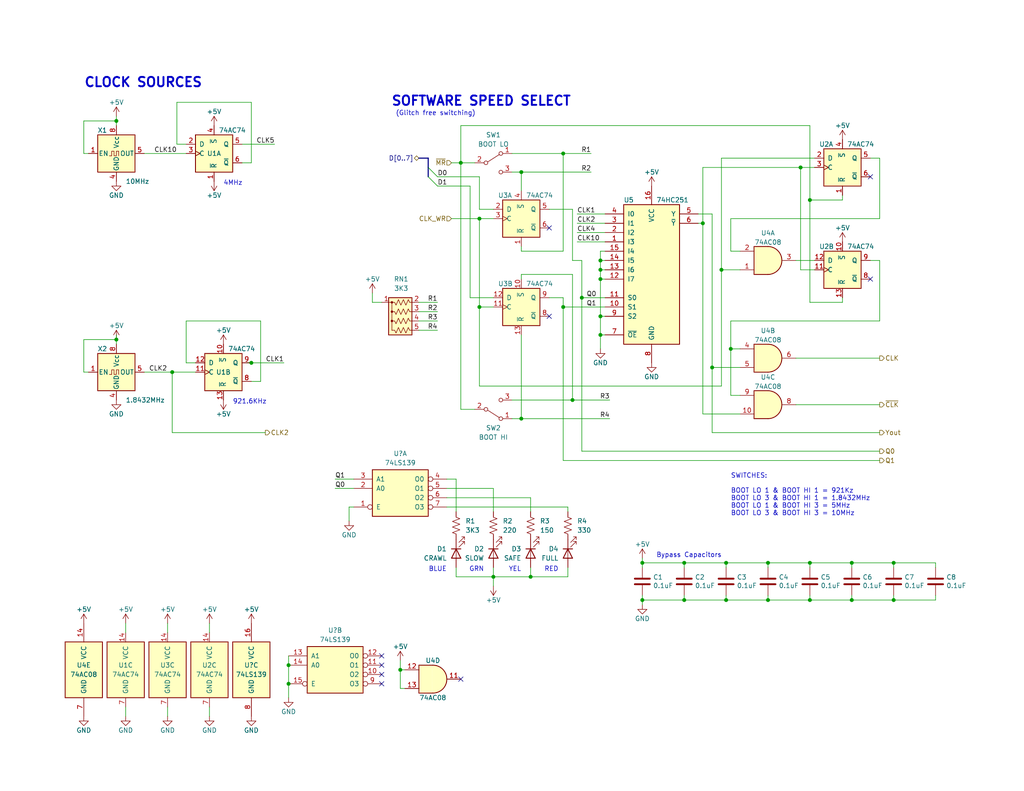
<source format=kicad_sch>
(kicad_sch (version 20230121) (generator eeschema)
  (paper "USLetter")
  (title_block (date "2023-08-13") (rev "V2") (company "Frédéric Segard  (@microhobbyist)"))
  (lib_symbols
    (symbol "+5V_2" (power) (pin_names (offset 0))
      (property "Value" "+5V_2" (at 0 3.556 0))
      (symbol "+5V_2_1_1"
        (pin power_in line (at 0 0 90) (length 0) hide (name "+5V") (number "1"))
      )
    )
    (symbol "+5V_3" (power) (pin_names (offset 0))
      (property "Value" "+5V_3" (at 0 3.556 0))
      (symbol "+5V_3_1_1"
        (pin power_in line (at 0 0 90) (length 0) hide (name "+5V") (number "1"))
      )
    )
    (symbol "74xx:74HC74" (pin_names (offset 1.016))
      (property "Reference" "U" (at -7.62 8.89 0))
      (property "Value" "74HC74" (at -7.62 -8.89 0))
      (symbol "74HC74_1_0"
        (pin input line (at 0 -7.62 90) (length 2.54) (name "~{R}") (number "1"))
        (pin input line (at -7.62 2.54 0) (length 2.54) (name "D") (number "2"))
        (pin input clock (at -7.62 0 0) (length 2.54) (name "C") (number "3"))
        (pin input line (at 0 7.62 270) (length 2.54) (name "~{S}") (number "4"))
        (pin output line (at 7.62 2.54 180) (length 2.54) (name "Q") (number "5"))
        (pin output line (at 7.62 -2.54 180) (length 2.54) (name "~{Q}") (number "6"))
      )
      (symbol "74HC74_2_0"
        (pin input line (at 0 7.62 270) (length 2.54) (name "~{S}") (number "10"))
        (pin input clock (at -7.62 0 0) (length 2.54) (name "C") (number "11"))
        (pin input line (at -7.62 2.54 0) (length 2.54) (name "D") (number "12"))
        (pin input line (at 0 -7.62 90) (length 2.54) (name "~{R}") (number "13"))
        (pin output line (at 7.62 -2.54 180) (length 2.54) (name "~{Q}") (number "8"))
        (pin output line (at 7.62 2.54 180) (length 2.54) (name "Q") (number "9"))
      )
      (symbol "74HC74_3_0"
        (pin power_in line (at 0 10.16 270) (length 2.54) (name "VCC") (number "14"))
        (pin power_in line (at 0 -10.16 90) (length 2.54) (name "GND") (number "7"))
      )
    )
    (symbol "74xx:74LS08" (pin_names (offset 1.016))
      (property "Reference" "U" (at 0 1.27 0))
      (property "Value" "74LS08" (at 0 -1.27 0))
      (symbol "74LS08_1_1"
        (pin input line (at -7.62 2.54 0) (length 3.81) (name "~") (number "1"))
        (pin input line (at -7.62 -2.54 0) (length 3.81) (name "~") (number "2"))
        (pin output line (at 7.62 0 180) (length 3.81) (name "~") (number "3"))
      )
      (symbol "74LS08_1_2"
        (pin input inverted (at -7.62 2.54 0) (length 4.318) (name "~") (number "1"))
        (pin input inverted (at -7.62 -2.54 0) (length 4.318) (name "~") (number "2"))
        (pin output inverted (at 7.62 0 180) (length 3.81) (name "~") (number "3"))
      )
      (symbol "74LS08_2_1"
        (pin input line (at -7.62 2.54 0) (length 3.81) (name "~") (number "4"))
        (pin input line (at -7.62 -2.54 0) (length 3.81) (name "~") (number "5"))
        (pin output line (at 7.62 0 180) (length 3.81) (name "~") (number "6"))
      )
      (symbol "74LS08_2_2"
        (pin input inverted (at -7.62 2.54 0) (length 4.318) (name "~") (number "4"))
        (pin input inverted (at -7.62 -2.54 0) (length 4.318) (name "~") (number "5"))
        (pin output inverted (at 7.62 0 180) (length 3.81) (name "~") (number "6"))
      )
      (symbol "74LS08_3_1"
        (pin input line (at -7.62 -2.54 0) (length 3.81) (name "~") (number "10"))
        (pin output line (at 7.62 0 180) (length 3.81) (name "~") (number "8"))
        (pin input line (at -7.62 2.54 0) (length 3.81) (name "~") (number "9"))
      )
      (symbol "74LS08_3_2"
        (pin input inverted (at -7.62 -2.54 0) (length 4.318) (name "~") (number "10"))
        (pin output inverted (at 7.62 0 180) (length 3.81) (name "~") (number "8"))
        (pin input inverted (at -7.62 2.54 0) (length 4.318) (name "~") (number "9"))
      )
      (symbol "74LS08_4_1"
        (pin output line (at 7.62 0 180) (length 3.81) (name "~") (number "11"))
        (pin input line (at -7.62 2.54 0) (length 3.81) (name "~") (number "12"))
        (pin input line (at -7.62 -2.54 0) (length 3.81) (name "~") (number "13"))
      )
      (symbol "74LS08_4_2"
        (pin output inverted (at 7.62 0 180) (length 3.81) (name "~") (number "11"))
        (pin input inverted (at -7.62 2.54 0) (length 4.318) (name "~") (number "12"))
        (pin input inverted (at -7.62 -2.54 0) (length 4.318) (name "~") (number "13"))
      )
      (symbol "74LS08_5_0"
        (pin power_in line (at 0 12.7 270) (length 5.08) (name "VCC") (number "14"))
        (pin power_in line (at 0 -12.7 90) (length 5.08) (name "GND") (number "7"))
      )
    )
    (symbol "74xx:74LS139" (pin_names (offset 1.016))
      (property "Reference" "U" (at -7.62 8.89 0))
      (property "Value" "74LS139" (at -7.62 -8.89 0))
      (symbol "74LS139_1_0"
        (pin input inverted (at -12.7 -5.08 0) (length 5.08) (name "E") (number "1"))
        (pin input line (at -12.7 0 0) (length 5.08) (name "A0") (number "2"))
        (pin input line (at -12.7 2.54 0) (length 5.08) (name "A1") (number "3"))
        (pin output inverted (at 12.7 2.54 180) (length 5.08) (name "O0") (number "4"))
        (pin output inverted (at 12.7 0 180) (length 5.08) (name "O1") (number "5"))
        (pin output inverted (at 12.7 -2.54 180) (length 5.08) (name "O2") (number "6"))
        (pin output inverted (at 12.7 -5.08 180) (length 5.08) (name "O3") (number "7"))
      )
      (symbol "74LS139_2_0"
        (pin output inverted (at 12.7 -2.54 180) (length 5.08) (name "O2") (number "10"))
        (pin output inverted (at 12.7 0 180) (length 5.08) (name "O1") (number "11"))
        (pin output inverted (at 12.7 2.54 180) (length 5.08) (name "O0") (number "12"))
        (pin input line (at -12.7 2.54 0) (length 5.08) (name "A1") (number "13"))
        (pin input line (at -12.7 0 0) (length 5.08) (name "A0") (number "14"))
        (pin input inverted (at -12.7 -5.08 0) (length 5.08) (name "E") (number "15"))
        (pin output inverted (at 12.7 -5.08 180) (length 5.08) (name "O3") (number "9"))
      )
      (symbol "74LS139_3_0"
        (pin power_in line (at 0 12.7 270) (length 5.08) (name "VCC") (number "16"))
        (pin power_in line (at 0 -12.7 90) (length 5.08) (name "GND") (number "8"))
      )
    )
    (symbol "74xx:74LS251" (pin_names (offset 1.016))
      (property "Reference" "U" (at -7.62 19.05 0))
      (property "Value" "74LS251" (at -7.62 -21.59 0))
      (symbol "74LS251_1_0"
        (pin input line (at -12.7 7.62 0) (length 5.08) (name "I3") (number "1"))
        (pin input line (at -12.7 -10.16 0) (length 5.08) (name "S1") (number "10"))
        (pin input line (at -12.7 -7.62 0) (length 5.08) (name "S0") (number "11"))
        (pin input line (at -12.7 -2.54 0) (length 5.08) (name "I7") (number "12"))
        (pin input line (at -12.7 0 0) (length 5.08) (name "I6") (number "13"))
        (pin input line (at -12.7 2.54 0) (length 5.08) (name "I5") (number "14"))
        (pin input line (at -12.7 5.08 0) (length 5.08) (name "I4") (number "15"))
        (pin power_in line (at 0 22.86 270) (length 5.08) (name "VCC") (number "16"))
        (pin input line (at -12.7 10.16 0) (length 5.08) (name "I2") (number "2"))
        (pin input line (at -12.7 12.7 0) (length 5.08) (name "I1") (number "3"))
        (pin input line (at -12.7 15.24 0) (length 5.08) (name "I0") (number "4"))
        (pin tri_state line (at 12.7 15.24 180) (length 5.08) (name "Y") (number "5"))
        (pin tri_state line (at 12.7 12.7 180) (length 5.08) (name "~{Y}") (number "6"))
        (pin input line (at -12.7 -17.78 0) (length 5.08) (name "~{OE}") (number "7"))
        (pin power_in line (at 0 -25.4 90) (length 5.08) (name "GND") (number "8"))
        (pin input line (at -12.7 -12.7 0) (length 5.08) (name "S2") (number "9"))
      )
    )
    (symbol "74xx:74LS74" (pin_names (offset 1.016))
      (property "Reference" "U" (at -7.62 8.89 0))
      (property "Value" "74LS74" (at -7.62 -8.89 0))
      (symbol "74LS74_1_0"
        (pin input line (at 0 -7.62 90) (length 2.54) (name "~{R}") (number "1"))
        (pin input line (at -7.62 2.54 0) (length 2.54) (name "D") (number "2"))
        (pin input clock (at -7.62 0 0) (length 2.54) (name "C") (number "3"))
        (pin input line (at 0 7.62 270) (length 2.54) (name "~{S}") (number "4"))
        (pin output line (at 7.62 2.54 180) (length 2.54) (name "Q") (number "5"))
        (pin output line (at 7.62 -2.54 180) (length 2.54) (name "~{Q}") (number "6"))
      )
      (symbol "74LS74_2_0"
        (pin input line (at 0 7.62 270) (length 2.54) (name "~{S}") (number "10"))
        (pin input clock (at -7.62 0 0) (length 2.54) (name "C") (number "11"))
        (pin input line (at -7.62 2.54 0) (length 2.54) (name "D") (number "12"))
        (pin input line (at 0 -7.62 90) (length 2.54) (name "~{R}") (number "13"))
        (pin output line (at 7.62 -2.54 180) (length 2.54) (name "~{Q}") (number "8"))
        (pin output line (at 7.62 2.54 180) (length 2.54) (name "Q") (number "9"))
      )
      (symbol "74LS74_3_0"
        (pin power_in line (at 0 10.16 270) (length 2.54) (name "VCC") (number "14"))
        (pin power_in line (at 0 -10.16 90) (length 2.54) (name "GND") (number "7"))
      )
    )
    (symbol "Device:C" (pin_numbers hide) (pin_names (offset 0.254))
      (property "Reference" "C" (at 0.635 2.54 0))
      (property "Value" "C" (at 0.635 -2.54 0))
      (symbol "C_1_1"
        (pin passive line (at 0 3.81 270) (length 2.794) (name "~") (number "1"))
        (pin passive line (at 0 -3.81 90) (length 2.794) (name "~") (number "2"))
      )
    )
    (symbol "Device:LED" (pin_numbers hide) (pin_names (offset 1.016) hide)
      (property "Reference" "D" (at 0 2.54 0))
      (property "Value" "LED" (at 0 -2.54 0))
      (symbol "LED_1_1"
        (pin passive line (at -3.81 0 0) (length 2.54) (name "K") (number "1"))
        (pin passive line (at 3.81 0 180) (length 2.54) (name "A") (number "2"))
      )
    )
    (symbol "Device:R_Network04_US" (pin_names (offset 0) hide)
      (property "Reference" "RN" (at -7.62 0 90))
      (property "Value" "R_Network04_US" (at 5.08 0 90))
      (symbol "R_Network04_US_1_1"
        (pin passive line (at -5.08 5.08 270) (length 2.54) (name "common") (number "1"))
        (pin passive line (at -5.08 -5.08 90) (length 1.27) (name "R1") (number "2"))
        (pin passive line (at -2.54 -5.08 90) (length 1.27) (name "R2") (number "3"))
        (pin passive line (at 0 -5.08 90) (length 1.27) (name "R3") (number "4"))
        (pin passive line (at 2.54 -5.08 90) (length 1.27) (name "R4") (number "5"))
      )
    )
    (symbol "Device:R_US" (pin_numbers hide) (pin_names (offset 0))
      (property "Reference" "R" (at 2.54 0 90))
      (property "Value" "R_US" (at -2.54 0 90))
      (symbol "R_US_1_1"
        (pin passive line (at 0 3.81 270) (length 1.27) (name "~") (number "1"))
        (pin passive line (at 0 -3.81 90) (length 1.27) (name "~") (number "2"))
      )
    )
    (symbol "GND_1" (power) (pin_names (offset 0))
      (property "Value" "GND_1" (at 0 -3.81 0))
      (symbol "GND_1_1_1"
        (pin power_in line (at 0 0 270) (length 0) hide (name "GND") (number "1"))
      )
    )
    (symbol "Oscillator:CXO_DIP8" (pin_names (offset 0.254))
      (property "Reference" "X" (at -5.08 6.35 0))
      (property "Value" "CXO_DIP8" (at 1.27 -6.35 0))
      (symbol "CXO_DIP8_1_1"
        (pin input line (at -7.62 0 0) (length 2.54) (name "EN") (number "1"))
        (pin power_in line (at 0 -7.62 90) (length 2.54) (name "GND") (number "4"))
        (pin output line (at 7.62 0 180) (length 2.54) (name "OUT") (number "5"))
        (pin power_in line (at 0 7.62 270) (length 2.54) (name "Vcc") (number "8"))
      )
    )
    (symbol "Switch:SW_SPDT" (pin_names (offset 0) hide)
      (property "Reference" "SW" (at 0 4.318 0))
      (property "Value" "SW_SPDT" (at 0 -5.08 0))
      (symbol "SW_SPDT_1_1"
        (pin passive line (at 5.08 2.54 180) (length 2.54) (name "A") (number "1"))
        (pin passive line (at -5.08 0 0) (length 2.54) (name "B") (number "2"))
        (pin passive line (at 5.08 -2.54 180) (length 2.54) (name "C") (number "3"))
      )
    )
  )
  (junction (at 232.41 163.83))
  (junction (at 186.69 163.83))
  (junction (at 175.26 153.67))
  (junction (at 163.83 73.66))
  (junction (at 142.24 114.3))
  (junction (at 220.98 153.67))
  (junction (at 130.81 59.69))
  (junction (at 198.12 153.67))
  (junction (at 220.98 54.61))
  (junction (at 156.21 109.22))
  (junction (at 194.31 100.33))
  (junction (at 163.83 86.36))
  (junction (at 243.84 163.83))
  (junction (at 163.83 76.2))
  (junction (at 196.85 73.66))
  (junction (at 31.75 33.02))
  (junction (at 199.39 95.25))
  (junction (at 78.74 181.61))
  (junction (at 209.55 163.83))
  (junction (at 232.41 153.67))
  (junction (at 158.75 81.28))
  (junction (at 31.75 92.71))
  (junction (at 175.26 163.83))
  (junction (at 68.58 99.06))
  (junction (at 46.99 101.6))
  (junction (at 125.73 44.45))
  (junction (at 218.44 45.72))
  (junction (at 109.22 182.88))
  (junction (at 163.83 91.44))
  (junction (at 186.69 153.67))
  (junction (at 191.77 60.96))
  (junction (at 243.84 153.67))
  (junction (at 163.83 71.12))
  (junction (at 153.67 41.91))
  (junction (at 78.74 186.69))
  (junction (at 142.24 46.99))
  (junction (at 220.98 163.83))
  (junction (at 209.55 153.67))
  (junction (at 144.78 157.48))
  (junction (at 198.12 163.83))
  (junction (at 134.62 157.48))
  (junction (at 153.67 83.82))
  (junction (at 130.81 83.82))
  (no_connect (at 237.49 48.26))
  (no_connect (at 237.49 76.2))
  (no_connect (at 125.73 185.42))
  (no_connect (at 104.14 179.07))
  (no_connect (at 104.14 184.15))
  (no_connect (at 104.14 181.61))
  (no_connect (at 104.14 186.69))
  (no_connect (at 149.86 86.36))
  (no_connect (at 149.86 62.23))
  (bus_entry (at 116.84 48.26) (size 2.54 2.54))
  (bus_entry (at 116.84 45.72) (size 2.54 2.54))
  (wire (pts (xy 209.55 154.94) (xy 209.55 153.67)))
  (wire (pts (xy 191.77 60.96) (xy 191.77 113.03)))
  (wire (pts (xy 110.49 187.96) (xy 109.22 187.96)))
  (wire (pts (xy 157.48 58.42) (xy 165.1 58.42)))
  (wire (pts (xy 237.49 43.18) (xy 240.03 43.18)))
  (wire (pts (xy 68.58 99.06) (xy 77.47 99.06)))
  (wire (pts (xy 34.29 193.04) (xy 34.29 195.58)))
  (wire (pts (xy 175.26 163.83) (xy 186.69 163.83)))
  (wire (pts (xy 109.22 180.34) (xy 109.22 182.88)))
  (wire (pts (xy 186.69 154.94) (xy 186.69 153.67)))
  (wire (pts (xy 34.29 172.72) (xy 34.29 170.18)))
  (wire (pts (xy 134.62 154.94) (xy 134.62 157.48)))
  (wire (pts (xy 144.78 157.48) (xy 134.62 157.48)))
  (wire (pts (xy 78.74 179.07) (xy 78.74 181.61)))
  (wire (pts (xy 68.58 44.45) (xy 68.58 27.94)))
  (wire (pts (xy 46.99 118.11) (xy 46.99 101.6)))
  (wire (pts (xy 139.7 114.3) (xy 142.24 114.3)))
  (wire (pts (xy 255.27 162.56) (xy 255.27 163.83)))
  (wire (pts (xy 175.26 162.56) (xy 175.26 163.83)))
  (wire (pts (xy 199.39 87.63) (xy 199.39 95.25)))
  (wire (pts (xy 157.48 63.5) (xy 165.1 63.5)))
  (wire (pts (xy 130.81 83.82) (xy 134.62 83.82)))
  (wire (pts (xy 157.48 66.04) (xy 165.1 66.04)))
  (wire (pts (xy 31.75 92.71) (xy 31.75 93.98)))
  (wire (pts (xy 186.69 163.83) (xy 198.12 163.83)))
  (wire (pts (xy 142.24 46.99) (xy 142.24 52.07)))
  (wire (pts (xy 144.78 154.94) (xy 144.78 157.48)))
  (wire (pts (xy 149.86 57.15) (xy 156.21 57.15)))
  (wire (pts (xy 72.39 118.11) (xy 46.99 118.11)))
  (wire (pts (xy 163.83 76.2) (xy 163.83 86.36)))
  (wire (pts (xy 114.3 82.55) (xy 119.38 82.55)))
  (wire (pts (xy 129.54 111.76) (xy 125.73 111.76)))
  (wire (pts (xy 154.94 138.43) (xy 154.94 139.7)))
  (wire (pts (xy 22.86 101.6) (xy 24.13 101.6)))
  (wire (pts (xy 158.75 71.12) (xy 156.21 71.12)))
  (wire (pts (xy 95.25 138.43) (xy 96.52 138.43)))
  (wire (pts (xy 153.67 83.82) (xy 165.1 83.82)))
  (wire (pts (xy 198.12 154.94) (xy 198.12 153.67)))
  (wire (pts (xy 194.31 118.11) (xy 240.03 118.11)))
  (wire (pts (xy 91.44 133.35) (xy 96.52 133.35)))
  (wire (pts (xy 198.12 153.67) (xy 186.69 153.67)))
  (wire (pts (xy 163.83 91.44) (xy 165.1 91.44)))
  (wire (pts (xy 31.75 91.44) (xy 31.75 92.71)))
  (wire (pts (xy 229.87 81.28) (xy 229.87 82.55)))
  (wire (pts (xy 240.03 87.63) (xy 199.39 87.63)))
  (wire (pts (xy 22.86 33.02) (xy 22.86 41.91)))
  (wire (pts (xy 196.85 73.66) (xy 196.85 105.41)))
  (wire (pts (xy 243.84 153.67) (xy 232.41 153.67)))
  (wire (pts (xy 130.81 83.82) (xy 130.81 105.41)))
  (wire (pts (xy 243.84 154.94) (xy 243.84 153.67)))
  (wire (pts (xy 198.12 162.56) (xy 198.12 163.83)))
  (wire (pts (xy 154.94 154.94) (xy 154.94 157.48)))
  (wire (pts (xy 114.3 85.09) (xy 119.38 85.09)))
  (wire (pts (xy 196.85 43.18) (xy 222.25 43.18)))
  (wire (pts (xy 222.25 73.66) (xy 218.44 73.66)))
  (wire (pts (xy 163.83 71.12) (xy 165.1 71.12)))
  (wire (pts (xy 39.37 101.6) (xy 46.99 101.6)))
  (wire (pts (xy 199.39 107.95) (xy 201.93 107.95)))
  (wire (pts (xy 142.24 91.44) (xy 142.24 114.3)))
  (wire (pts (xy 78.74 186.69) (xy 78.74 190.5)))
  (wire (pts (xy 48.26 27.94) (xy 48.26 39.37)))
  (wire (pts (xy 153.67 68.58) (xy 153.67 41.91)))
  (wire (pts (xy 50.8 99.06) (xy 53.34 99.06)))
  (wire (pts (xy 71.12 104.14) (xy 71.12 87.63)))
  (wire (pts (xy 78.74 181.61) (xy 78.74 186.69)))
  (wire (pts (xy 196.85 73.66) (xy 201.93 73.66)))
  (wire (pts (xy 220.98 163.83) (xy 232.41 163.83)))
  (wire (pts (xy 31.75 33.02) (xy 22.86 33.02)))
  (wire (pts (xy 149.86 81.28) (xy 153.67 81.28)))
  (wire (pts (xy 158.75 81.28) (xy 158.75 71.12)))
  (wire (pts (xy 209.55 153.67) (xy 198.12 153.67)))
  (wire (pts (xy 134.62 157.48) (xy 134.62 160.02)))
  (wire (pts (xy 144.78 135.89) (xy 144.78 139.7)))
  (wire (pts (xy 163.83 73.66) (xy 163.83 76.2)))
  (wire (pts (xy 220.98 153.67) (xy 209.55 153.67)))
  (wire (pts (xy 101.6 80.01) (xy 101.6 82.55)))
  (wire (pts (xy 199.39 95.25) (xy 199.39 107.95)))
  (wire (pts (xy 153.67 41.91) (xy 161.29 41.91)))
  (wire (pts (xy 48.26 39.37) (xy 50.8 39.37)))
  (bus (pts (xy 116.84 48.26) (xy 116.84 45.72)))
  (wire (pts (xy 240.03 71.12) (xy 240.03 87.63)))
  (wire (pts (xy 196.85 43.18) (xy 196.85 73.66)))
  (wire (pts (xy 163.83 86.36) (xy 165.1 86.36)))
  (wire (pts (xy 194.31 100.33) (xy 201.93 100.33)))
  (wire (pts (xy 123.19 59.69) (xy 130.81 59.69)))
  (wire (pts (xy 232.41 162.56) (xy 232.41 163.83)))
  (wire (pts (xy 130.81 48.26) (xy 130.81 57.15)))
  (wire (pts (xy 109.22 187.96) (xy 109.22 182.88)))
  (wire (pts (xy 104.14 82.55) (xy 101.6 82.55)))
  (wire (pts (xy 68.58 104.14) (xy 71.12 104.14)))
  (bus (pts (xy 114.3 43.18) (xy 116.84 43.18)))
  (wire (pts (xy 190.5 58.42) (xy 194.31 58.42)))
  (wire (pts (xy 124.46 157.48) (xy 134.62 157.48)))
  (wire (pts (xy 57.15 193.04) (xy 57.15 195.58)))
  (wire (pts (xy 128.27 50.8) (xy 128.27 81.28)))
  (wire (pts (xy 57.15 170.18) (xy 57.15 172.72)))
  (wire (pts (xy 218.44 45.72) (xy 222.25 45.72)))
  (wire (pts (xy 125.73 44.45) (xy 125.73 111.76)))
  (wire (pts (xy 158.75 123.19) (xy 240.03 123.19)))
  (wire (pts (xy 217.17 110.49) (xy 240.03 110.49)))
  (wire (pts (xy 130.81 59.69) (xy 130.81 83.82)))
  (wire (pts (xy 142.24 67.31) (xy 142.24 68.58)))
  (wire (pts (xy 124.46 139.7) (xy 124.46 130.81)))
  (wire (pts (xy 130.81 105.41) (xy 196.85 105.41)))
  (wire (pts (xy 114.3 87.63) (xy 119.38 87.63)))
  (wire (pts (xy 119.38 50.8) (xy 128.27 50.8)))
  (wire (pts (xy 157.48 60.96) (xy 165.1 60.96)))
  (wire (pts (xy 124.46 154.94) (xy 124.46 157.48)))
  (wire (pts (xy 114.3 90.17) (xy 119.38 90.17)))
  (wire (pts (xy 22.86 41.91) (xy 24.13 41.91)))
  (wire (pts (xy 134.62 133.35) (xy 134.62 139.7)))
  (wire (pts (xy 186.69 153.67) (xy 175.26 153.67)))
  (wire (pts (xy 199.39 59.69) (xy 199.39 68.58)))
  (wire (pts (xy 45.72 170.18) (xy 45.72 172.72)))
  (wire (pts (xy 191.77 113.03) (xy 201.93 113.03)))
  (wire (pts (xy 229.87 54.61) (xy 229.87 53.34)))
  (wire (pts (xy 121.92 133.35) (xy 134.62 133.35)))
  (wire (pts (xy 163.83 91.44) (xy 163.83 95.25)))
  (wire (pts (xy 46.99 101.6) (xy 53.34 101.6)))
  (wire (pts (xy 163.83 86.36) (xy 163.83 91.44)))
  (wire (pts (xy 154.94 157.48) (xy 144.78 157.48)))
  (wire (pts (xy 217.17 71.12) (xy 222.25 71.12)))
  (wire (pts (xy 139.7 41.91) (xy 153.67 41.91)))
  (wire (pts (xy 220.98 54.61) (xy 220.98 34.29)))
  (wire (pts (xy 158.75 81.28) (xy 158.75 123.19)))
  (wire (pts (xy 191.77 60.96) (xy 190.5 60.96)))
  (wire (pts (xy 139.7 46.99) (xy 142.24 46.99)))
  (wire (pts (xy 142.24 74.93) (xy 142.24 76.2)))
  (wire (pts (xy 31.75 33.02) (xy 31.75 34.29)))
  (wire (pts (xy 125.73 34.29) (xy 125.73 44.45)))
  (wire (pts (xy 71.12 87.63) (xy 50.8 87.63)))
  (wire (pts (xy 128.27 81.28) (xy 134.62 81.28)))
  (wire (pts (xy 240.03 43.18) (xy 240.03 59.69)))
  (wire (pts (xy 186.69 162.56) (xy 186.69 163.83)))
  (wire (pts (xy 194.31 58.42) (xy 194.31 100.33)))
  (wire (pts (xy 255.27 154.94) (xy 255.27 153.67)))
  (wire (pts (xy 156.21 74.93) (xy 142.24 74.93)))
  (wire (pts (xy 218.44 45.72) (xy 218.44 73.66)))
  (wire (pts (xy 95.25 142.24) (xy 95.25 138.43)))
  (wire (pts (xy 209.55 163.83) (xy 220.98 163.83)))
  (wire (pts (xy 163.83 73.66) (xy 165.1 73.66)))
  (wire (pts (xy 191.77 45.72) (xy 191.77 60.96)))
  (wire (pts (xy 175.26 153.67) (xy 175.26 154.94)))
  (wire (pts (xy 31.75 31.75) (xy 31.75 33.02)))
  (wire (pts (xy 142.24 68.58) (xy 153.67 68.58)))
  (wire (pts (xy 163.83 76.2) (xy 165.1 76.2)))
  (wire (pts (xy 220.98 82.55) (xy 220.98 54.61)))
  (wire (pts (xy 156.21 109.22) (xy 156.21 74.93)))
  (wire (pts (xy 39.37 41.91) (xy 50.8 41.91)))
  (wire (pts (xy 163.83 71.12) (xy 163.83 73.66)))
  (wire (pts (xy 66.04 39.37) (xy 74.93 39.37)))
  (wire (pts (xy 153.67 81.28) (xy 153.67 83.82)))
  (wire (pts (xy 156.21 109.22) (xy 166.37 109.22)))
  (wire (pts (xy 153.67 125.73) (xy 240.03 125.73)))
  (wire (pts (xy 91.44 130.81) (xy 96.52 130.81)))
  (wire (pts (xy 163.83 68.58) (xy 163.83 71.12)))
  (wire (pts (xy 209.55 162.56) (xy 209.55 163.83)))
  (wire (pts (xy 240.03 59.69) (xy 199.39 59.69)))
  (wire (pts (xy 119.38 48.26) (xy 130.81 48.26)))
  (wire (pts (xy 142.24 114.3) (xy 166.37 114.3)))
  (wire (pts (xy 121.92 138.43) (xy 154.94 138.43)))
  (wire (pts (xy 199.39 95.25) (xy 201.93 95.25)))
  (wire (pts (xy 109.22 182.88) (xy 110.49 182.88)))
  (wire (pts (xy 191.77 45.72) (xy 218.44 45.72)))
  (wire (pts (xy 129.54 44.45) (xy 125.73 44.45)))
  (wire (pts (xy 194.31 100.33) (xy 194.31 118.11)))
  (wire (pts (xy 232.41 153.67) (xy 220.98 153.67)))
  (wire (pts (xy 31.75 92.71) (xy 22.86 92.71)))
  (wire (pts (xy 255.27 153.67) (xy 243.84 153.67)))
  (wire (pts (xy 142.24 46.99) (xy 161.29 46.99)))
  (wire (pts (xy 139.7 109.22) (xy 156.21 109.22)))
  (wire (pts (xy 243.84 162.56) (xy 243.84 163.83)))
  (wire (pts (xy 199.39 68.58) (xy 201.93 68.58)))
  (wire (pts (xy 68.58 27.94) (xy 48.26 27.94)))
  (wire (pts (xy 165.1 68.58) (xy 163.83 68.58)))
  (wire (pts (xy 123.19 44.45) (xy 125.73 44.45)))
  (wire (pts (xy 158.75 81.28) (xy 165.1 81.28)))
  (wire (pts (xy 220.98 154.94) (xy 220.98 153.67)))
  (wire (pts (xy 175.26 163.83) (xy 175.26 165.1)))
  (wire (pts (xy 153.67 83.82) (xy 153.67 125.73)))
  (wire (pts (xy 237.49 71.12) (xy 240.03 71.12)))
  (wire (pts (xy 156.21 57.15) (xy 156.21 71.12)))
  (wire (pts (xy 232.41 154.94) (xy 232.41 153.67)))
  (wire (pts (xy 66.04 44.45) (xy 68.58 44.45)))
  (wire (pts (xy 229.87 82.55) (xy 220.98 82.55)))
  (wire (pts (xy 130.81 57.15) (xy 134.62 57.15)))
  (wire (pts (xy 220.98 162.56) (xy 220.98 163.83)))
  (wire (pts (xy 45.72 193.04) (xy 45.72 195.58)))
  (wire (pts (xy 232.41 163.83) (xy 243.84 163.83)))
  (wire (pts (xy 220.98 54.61) (xy 229.87 54.61)))
  (wire (pts (xy 217.17 97.79) (xy 240.03 97.79)))
  (bus (pts (xy 116.84 45.72) (xy 116.84 43.18)))
  (wire (pts (xy 175.26 152.4) (xy 175.26 153.67)))
  (wire (pts (xy 67.31 99.06) (xy 68.58 99.06)))
  (wire (pts (xy 124.46 130.81) (xy 121.92 130.81)))
  (wire (pts (xy 50.8 87.63) (xy 50.8 99.06)))
  (wire (pts (xy 130.81 59.69) (xy 134.62 59.69)))
  (wire (pts (xy 198.12 163.83) (xy 209.55 163.83)))
  (wire (pts (xy 121.92 135.89) (xy 144.78 135.89)))
  (wire (pts (xy 22.86 92.71) (xy 22.86 101.6)))
  (wire (pts (xy 220.98 34.29) (xy 125.73 34.29)))
  (wire (pts (xy 243.84 163.83) (xy 255.27 163.83)))
  (text "GRN" (at 132.08 156.21 0) (effects (font (size 1.27 1.27)) (justify right bottom)))
  (text "RED" (at 152.4 156.21 0) (effects (font (size 1.27 1.27)) (justify right bottom)))
  (text "921.6KHz" (at 63.5 110.49 0) (effects (font (size 1.27 1.27)) (justify left bottom)))
  (text "(Glitch free switching)" (at 107.95 31.75 0) (effects (font (size 1.27 1.27)) (justify left bottom)))
  (text "Bypass Capacitors" (at 179.07 152.4 0) (effects (font (size 1.27 1.27)) (justify left bottom)))
  (text "SOFTWARE SPEED SELECT" (at 106.68 29.21 0) (effects (font (size 2.54 2.54) (thickness 0.508) bold) (justify left bottom)))
  (text "BLUE" (at 121.92 156.21 0) (effects (font (size 1.27 1.27)) (justify right bottom)))
  (text "CLOCK SOURCES" (at 22.86 24.13 0) (effects (font (size 2.54 2.54) (thickness 0.508) bold) (justify left bottom)))
  (text "SWITCHES:\n\nBOOT LO 1 & BOOT HI 1 = 921Kz\nBOOT LO 3 & BOOT HI 1 = 1.8432MHz\nBOOT LO 1 & BOOT HI 3 = 5MHz\nBOOT LO 3 & BOOT HI 3 = 10MHz" (at 199.39 140.97 0) (effects (font (size 1.27 1.27)) (justify left bottom)))
  (text "4MHz" (at 60.96 50.8 0) (effects (font (size 1.27 1.27)) (justify left bottom)))
  (text "YEL" (at 142.24 156.21 0) (effects (font (size 1.27 1.27)) (justify right bottom)))
  (label "R4" (at 119.38 90.17 180))
  (label "CLK2" (at 40.64 101.6 0))
  (label "CLK5" (at 74.93 39.37 180))
  (label "R1" (at 119.38 82.55 180))
  (label "R3" (at 166.37 109.22 180))
  (label "Q1" (at 91.44 130.81 0))
  (label "Q1" (at 160.02 83.82 0))
  (label "R4" (at 166.37 114.3 180))
  (label "CLK10" (at 48.26 41.91 180))
  (label "R3" (at 119.38 87.63 180))
  (label "D1" (at 119.38 50.8 0))
  (label "CLK2" (at 157.48 60.96 0))
  (label "R1" (at 161.29 41.91 180))
  (label "Q0" (at 160.02 81.28 0))
  (label "D0" (at 119.38 48.26 0))
  (label "R2" (at 119.38 85.09 180))
  (label "CLK1" (at 157.48 58.42 0))
  (label "CLK4" (at 157.48 63.5 0))
  (label "CLK1" (at 77.47 99.06 180))
  (label "Q0" (at 91.44 133.35 0))
  (label "CLK10" (at 157.48 66.04 0))
  (label "R2" (at 161.29 46.99 180))
  (hierarchical_label "~{MR}" (shape input) (at 123.19 44.45 180))
  (hierarchical_label "~{CLK}" (shape output) (at 240.03 110.49 0))
  (hierarchical_label "D[0..7]" (shape bidirectional) (at 114.3 43.18 180))
  (hierarchical_label "Q0" (shape output) (at 240.03 123.19 0))
  (hierarchical_label "Q1" (shape output) (at 240.03 125.73 0))
  (hierarchical_label "CLK2" (shape output) (at 72.39 118.11 0))
  (hierarchical_label "CLK_WR" (shape input) (at 123.19 59.69 180))
  (hierarchical_label "CLK" (shape output) (at 240.03 97.79 0))
  (hierarchical_label "Yout" (shape output) (at 240.03 118.11 0))
  (symbol (lib_name "+5V_2") (lib_id "power:+5V") (at 60.96 109.22 180) (unit 1)
    (property "Reference" "#PWR018" (effects hide))
    (property "Value" "+5V" (at 60.96 113.03 0))
    (instances (project "2 - CPU and memory card with the essential peripherals" (path "" (reference "#PWR018") (unit 1))) (project "0 - Card edge backplane v2" (path "" (reference "#PWR?") (unit 1))))
  )
  (symbol (lib_id "Device:C") (at 186.69 158.75 0) (unit 1)
    (property "Reference" "C2" (at 189.611 157.5816 0) (effects (justify left)))
    (property "Value" "0.1uF" (at 189.611 159.893 0) (effects (justify left)))
    (property "Footprint" "Capacitor_THT:C_Disc_D3.0mm_W1.6mm_P2.50mm" (effects hide))
    (instances (project "2 - CPU and memory card with the essential peripherals" (path "" (reference "C2") (unit 1))) (project "0 - Card edge backplane v2" (path "" (reference "C?") (unit 1))))
  )
  (symbol (lib_name "+5V_2") (lib_id "power:+5V") (at 229.87 66.04 0) (unit 1)
    (property "Reference" "#PWR015" (effects hide))
    (property "Value" "+5V" (at 229.87 62.23 0))
    (instances (project "2 - CPU and memory card with the essential peripherals" (path "" (reference "#PWR015") (unit 1))) (project "0 - Card edge backplane v2" (path "" (reference "#PWR?") (unit 1))))
  )
  (symbol (lib_id "Device:R_Network04_US") (at 109.22 87.63 90) (mirror x) (unit 1)
    (property "Reference" "RN1" (at 109.474 76.2 90))
    (property "Value" "3K3" (at 109.474 78.74 90))
    (property "Footprint" "Resistor_THT:R_Array_SIP5" (effects hide))
    (property "Datasheet" "http://www.vishay.com/docs/31509/csc.pdf" (effects hide))
    (instances (project "2 - CPU and memory card with the essential peripherals" (path "" (reference "RN1") (unit 1))) (project "0 - Card edge backplane v2" (path "" (reference "RN?") (unit 1))))
  )
  (symbol (lib_id "Device:C") (at 255.27 158.75 0) (unit 1)
    (property "Reference" "C8" (at 258.191 157.5816 0) (effects (justify left)))
    (property "Value" "0.1uF" (at 258.191 159.893 0) (effects (justify left)))
    (property "Footprint" "Capacitor_THT:C_Disc_D3.0mm_W1.6mm_P2.50mm" (effects hide))
    (instances (project "2 - CPU and memory card with the essential peripherals" (path "" (reference "C8") (unit 1))) (project "0 - Card edge backplane v2" (path "" (reference "C?") (unit 1))))
  )
  (symbol (lib_id "74xx:74LS139") (at 109.22 133.35 0) (unit 1)
    (property "Reference" "U?" (at 109.22 123.825 0))
    (property "Value" "74LS139" (at 109.22 126.365 0))
    (property "Footprint" "Package_DIP:DIP-16_W7.62mm_Socket" (effects hide))
    (property "Datasheet" "http://www.ti.com/lit/ds/symlink/sn74ls139a.pdf" (effects hide))
    (instances (project "2 - CPU and memory card with the essential peripherals" (path "" (reference "U?") (unit 1)) (path "" (reference "U6") (unit 1))))
  )
  (symbol (lib_name "GND_1") (lib_id "power:GND") (at 31.75 49.53 0) (unit 1)
    (property "Reference" "#PWR?" (effects hide))
    (property "Value" "GND" (at 31.75 53.34 0))
    (instances (project "2 - CPU and memory card with the essential peripherals" (path "" (reference "#PWR?") (unit 1)) (path "" (reference "#PWR010") (unit 1))))
  )
  (symbol (lib_id "74xx:74LS74") (at 60.96 101.6 0) (unit 2)
    (property "Reference" "U1" (at 60.96 101.6 0))
    (property "Value" "74AC74" (at 62.23 95.25 0) (effects (justify left)))
    (property "Footprint" "Package_DIP:DIP-14_W7.62mm_Socket" (effects hide))
    (property "Datasheet" "74xx/74hc_hct74.pdf" (effects hide))
    (instances (project "2 - CPU and memory card with the essential peripherals" (path "" (reference "U1") (unit 2))) (project "0 - Card edge backplane v2" (path "" (reference "U?") (unit 2))))
  )
  (symbol (lib_id "Device:C") (at 243.84 158.75 0) (unit 1)
    (property "Reference" "C7" (at 246.761 157.5816 0) (effects (justify left)))
    (property "Value" "0.1uF" (at 246.761 159.893 0) (effects (justify left)))
    (property "Footprint" "Capacitor_THT:C_Disc_D3.0mm_W1.6mm_P2.50mm" (effects hide))
    (instances (project "2 - CPU and memory card with the essential peripherals" (path "" (reference "C7") (unit 1))) (project "0 - Card edge backplane v2" (path "" (reference "C?") (unit 1))))
  )
  (symbol (lib_id "Device:C") (at 175.26 158.75 0) (unit 1)
    (property "Reference" "C1" (at 178.181 157.5816 0) (effects (justify left)))
    (property "Value" "0.1uF" (at 178.181 159.893 0) (effects (justify left)))
    (property "Footprint" "Capacitor_THT:C_Disc_D3.0mm_W1.6mm_P2.50mm" (effects hide))
    (instances (project "2 - CPU and memory card with the essential peripherals" (path "" (reference "C1") (unit 1))) (project "0 - Card edge backplane v2" (path "" (reference "C?") (unit 1))))
  )
  (symbol (lib_name "+5V_2") (lib_id "power:+5V") (at 229.87 38.1 0) (unit 1)
    (property "Reference" "#PWR09" (effects hide))
    (property "Value" "+5V" (at 229.87 34.29 0))
    (instances (project "2 - CPU and memory card with the essential peripherals" (path "" (reference "#PWR09") (unit 1))) (project "0 - Card edge backplane v2" (path "" (reference "#PWR?") (unit 1))))
  )
  (symbol (lib_name "+5V_2") (lib_id "power:+5V") (at 45.72 170.18 0) (unit 1)
    (property "Reference" "#PWR027" (effects hide))
    (property "Value" "+5V" (at 45.72 166.37 0))
    (instances (project "2 - CPU and memory card with the essential peripherals" (path "" (reference "#PWR027") (unit 1))) (project "0 - Card edge backplane v2" (path "" (reference "#PWR?") (unit 1))))
  )
  (symbol (lib_name "+5V_2") (lib_id "power:+5V") (at 58.42 34.29 0) (unit 1)
    (property "Reference" "#PWR08" (effects hide))
    (property "Value" "+5V" (at 58.42 30.48 0))
    (instances (project "2 - CPU and memory card with the essential peripherals" (path "" (reference "#PWR08") (unit 1))) (project "0 - Card edge backplane v2" (path "" (reference "#PWR?") (unit 1))))
  )
  (symbol (lib_name "GND_1") (lib_id "power:GND") (at 45.72 195.58 0) (unit 1)
    (property "Reference" "#PWR?" (effects hide))
    (property "Value" "GND" (at 45.72 199.39 0))
    (instances (project "2 - CPU and memory card with the essential peripherals" (path "" (reference "#PWR?") (unit 1)) (path "" (reference "#PWR034") (unit 1))))
  )
  (symbol (lib_name "+5V_2") (lib_id "power:+5V") (at 22.86 170.18 0) (unit 1)
    (property "Reference" "#PWR025" (effects hide))
    (property "Value" "+5V" (at 22.86 166.37 0))
    (instances (project "2 - CPU and memory card with the essential peripherals" (path "" (reference "#PWR025") (unit 1))) (project "0 - Card edge backplane v2" (path "" (reference "#PWR?") (unit 1))))
  )
  (symbol (lib_name "+5V_2") (lib_id "power:+5V") (at 68.58 170.18 0) (unit 1)
    (property "Reference" "#PWR029" (effects hide))
    (property "Value" "+5V" (at 68.58 166.37 0))
    (instances (project "2 - CPU and memory card with the essential peripherals" (path "" (reference "#PWR029") (unit 1))) (project "0 - Card edge backplane v2" (path "" (reference "#PWR?") (unit 1))))
  )
  (symbol (lib_name "+5V_2") (lib_id "power:+5V") (at 57.15 170.18 0) (unit 1)
    (property "Reference" "#PWR028" (effects hide))
    (property "Value" "+5V" (at 57.15 166.37 0))
    (instances (project "2 - CPU and memory card with the essential peripherals" (path "" (reference "#PWR028") (unit 1))) (project "0 - Card edge backplane v2" (path "" (reference "#PWR?") (unit 1))))
  )
  (symbol (lib_id "74xx:74LS139") (at 91.44 181.61 0) (unit 2)
    (property "Reference" "U?" (at 91.44 172.085 0))
    (property "Value" "74LS139" (at 91.44 174.625 0))
    (property "Footprint" "Package_DIP:DIP-16_W7.62mm_Socket" (effects hide))
    (property "Datasheet" "http://www.ti.com/lit/ds/symlink/sn74ls139a.pdf" (effects hide))
    (instances (project "2 - CPU and memory card with the essential peripherals" (path "" (reference "U?") (unit 2)) (path "" (reference "U6") (unit 2))))
  )
  (symbol (lib_name "GND_1") (lib_id "power:GND") (at 95.25 142.24 0) (unit 1)
    (property "Reference" "#PWR?" (effects hide))
    (property "Value" "GND" (at 95.25 146.05 0))
    (instances (project "2 - CPU and memory card with the essential peripherals" (path "" (reference "#PWR?") (unit 1)) (path "" (reference "#PWR021") (unit 1))))
  )
  (symbol (lib_name "+5V_2") (lib_id "power:+5V") (at 31.75 92.71 0) (unit 1)
    (property "Reference" "#PWR013" (effects hide))
    (property "Value" "+5V" (at 31.75 88.9 0))
    (instances (project "2 - CPU and memory card with the essential peripherals" (path "" (reference "#PWR013") (unit 1))) (project "0 - Card edge backplane v2" (path "" (reference "#PWR?") (unit 1))))
  )
  (symbol (lib_id "74xx:74LS08") (at 22.86 182.88 0) (unit 5)
    (property "Reference" "U4" (at 22.86 181.61 0))
    (property "Value" "74AC08" (at 22.86 184.15 0))
    (property "Footprint" "Package_DIP:DIP-14_W7.62mm_Socket" (effects hide))
    (property "Datasheet" "http://www.ti.com/lit/gpn/sn74LS08" (effects hide))
    (instances (project "2 - CPU and memory card with the essential peripherals" (path "" (reference "U4") (unit 5))) (project "0 - Card edge backplane v2" (path "" (reference "U?") (unit 5))))
  )
  (symbol (lib_name "+5V_2") (lib_id "power:+5V") (at 34.29 170.18 0) (unit 1)
    (property "Reference" "#PWR026" (effects hide))
    (property "Value" "+5V" (at 34.29 166.37 0))
    (instances (project "2 - CPU and memory card with the essential peripherals" (path "" (reference "#PWR026") (unit 1))) (project "0 - Card edge backplane v2" (path "" (reference "#PWR?") (unit 1))))
  )
  (symbol (lib_name "GND_1") (lib_id "power:GND") (at 175.26 165.1 0) (unit 1)
    (property "Reference" "#PWR?" (effects hide))
    (property "Value" "GND" (at 175.26 168.91 0))
    (instances (project "2 - CPU and memory card with the essential peripherals" (path "" (reference "#PWR?") (unit 1)) (path "" (reference "#PWR081") (unit 1))))
  )
  (symbol (lib_name "+5V_2") (lib_id "power:+5V") (at 177.8 50.8 0) (unit 1)
    (property "Reference" "#PWR012" (effects hide))
    (property "Value" "+5V" (at 177.8 46.99 0))
    (instances (project "2 - CPU and memory card with the essential peripherals" (path "" (reference "#PWR012") (unit 1))) (project "0 - Card edge backplane v2" (path "" (reference "#PWR?") (unit 1))))
  )
  (symbol (lib_id "Device:LED") (at 124.46 151.13 90) (mirror x) (unit 1)
    (property "Reference" "D1" (at 121.92 149.86 90) (effects (justify left)))
    (property "Value" "CRAWL" (at 121.92 152.4 90) (effects (justify left)))
    (property "Footprint" "LED_THT:LED_D3.0mm_Horizontal_O1.27mm_Z2.0mm_Clear" (effects hide))
    (instances (project "2 - CPU and memory card with the essential peripherals" (path "" (reference "D1") (unit 1)) (path "" (reference "D?") (unit 1))) (project "0 - Card edge backplane v2" (path "" (reference "D?") (unit 1))))
  )
  (symbol (lib_id "74xx:74LS74") (at 58.42 41.91 0) (unit 1)
    (property "Reference" "U1" (at 58.42 41.91 0))
    (property "Value" "74AC74" (at 59.69 35.56 0) (effects (justify left)))
    (property "Footprint" "Package_DIP:DIP-14_W7.62mm_Socket" (effects hide))
    (property "Datasheet" "74xx/74hc_hct74.pdf" (effects hide))
    (instances (project "2 - CPU and memory card with the essential peripherals" (path "" (reference "U1") (unit 1))) (project "0 - Card edge backplane v2" (path "" (reference "U?") (unit 1))))
  )
  (symbol (lib_id "74xx:74LS74") (at 229.87 73.66 0) (unit 2)
    (property "Reference" "U2" (at 223.52 67.31 0) (effects (justify left)))
    (property "Value" "74AC74" (at 231.14 67.31 0) (effects (justify left)))
    (property "Footprint" "Package_DIP:DIP-14_W7.62mm_Socket" (effects hide))
    (property "Datasheet" "74xx/74hc_hct74.pdf" (effects hide))
    (instances (project "2 - CPU and memory card with the essential peripherals" (path "" (reference "U2") (unit 2))) (project "0 - Card edge backplane v2" (path "" (reference "U?") (unit 2))))
  )
  (symbol (lib_name "GND_1") (lib_id "power:GND") (at 31.75 109.22 0) (unit 1)
    (property "Reference" "#PWR?" (effects hide))
    (property "Value" "GND" (at 31.75 113.03 0))
    (instances (project "2 - CPU and memory card with the essential peripherals" (path "" (reference "#PWR?") (unit 1)) (path "" (reference "#PWR017") (unit 1))))
  )
  (symbol (lib_name "+5V_2") (lib_id "power:+5V") (at 134.62 160.02 180) (unit 1)
    (property "Reference" "#PWR022" (effects hide))
    (property "Value" "+5V" (at 134.62 163.83 0))
    (instances (project "2 - CPU and memory card with the essential peripherals" (path "" (reference "#PWR022") (unit 1))) (project "0 - Card edge backplane v2" (path "" (reference "#PWR?") (unit 1))))
  )
  (symbol (lib_id "74xx:74HC74") (at 45.72 182.88 0) (unit 3)
    (property "Reference" "U3" (at 45.72 181.61 0))
    (property "Value" "74AC74" (at 45.72 184.15 0))
    (property "Footprint" "Package_DIP:DIP-14_W7.62mm_Socket" (effects hide))
    (property "Datasheet" "74xx/74hc_hct74.pdf" (effects hide))
    (instances (project "2 - CPU and memory card with the essential peripherals" (path "" (reference "U3") (unit 3))) (project "0 - Card edge backplane v2" (path "" (reference "U?") (unit 3))))
  )
  (symbol (lib_id "Device:C") (at 209.55 158.75 0) (unit 1)
    (property "Reference" "C4" (at 212.471 157.5816 0) (effects (justify left)))
    (property "Value" "0.1uF" (at 212.471 159.893 0) (effects (justify left)))
    (property "Footprint" "Capacitor_THT:C_Disc_D3.0mm_W1.6mm_P2.50mm" (effects hide))
    (instances (project "2 - CPU and memory card with the essential peripherals" (path "" (reference "C4") (unit 1))) (project "0 - Card edge backplane v2" (path "" (reference "C?") (unit 1))))
  )
  (symbol (lib_name "+5V_2") (lib_id "power:+5V") (at 109.22 180.34 0) (unit 1)
    (property "Reference" "#PWR030" (effects hide))
    (property "Value" "+5V" (at 109.22 176.53 0))
    (instances (project "2 - CPU and memory card with the essential peripherals" (path "" (reference "#PWR030") (unit 1))) (project "0 - Card edge backplane v2" (path "" (reference "#PWR?") (unit 1))))
  )
  (symbol (lib_name "GND_1") (lib_id "power:GND") (at 163.83 95.25 0) (unit 1)
    (property "Reference" "#PWR?" (effects hide))
    (property "Value" "GND" (at 163.83 99.06 0))
    (instances (project "2 - CPU and memory card with the essential peripherals" (path "" (reference "#PWR?") (unit 1)) (path "" (reference "#PWR019") (unit 1))))
  )
  (symbol (lib_id "Device:C") (at 198.12 158.75 0) (unit 1)
    (property "Reference" "C3" (at 201.041 157.5816 0) (effects (justify left)))
    (property "Value" "0.1uF" (at 201.041 159.893 0) (effects (justify left)))
    (property "Footprint" "Capacitor_THT:C_Disc_D3.0mm_W1.6mm_P2.50mm" (effects hide))
    (instances (project "2 - CPU and memory card with the essential peripherals" (path "" (reference "C3") (unit 1))) (project "0 - Card edge backplane v2" (path "" (reference "C?") (unit 1))))
  )
  (symbol (lib_name "+5V_2") (lib_id "power:+5V") (at 58.42 49.53 180) (unit 1)
    (property "Reference" "#PWR011" (effects hide))
    (property "Value" "+5V" (at 58.42 53.34 0))
    (instances (project "2 - CPU and memory card with the essential peripherals" (path "" (reference "#PWR011") (unit 1))) (project "0 - Card edge backplane v2" (path "" (reference "#PWR?") (unit 1))))
  )
  (symbol (lib_name "GND_1") (lib_id "power:GND") (at 177.8 99.06 0) (unit 1)
    (property "Reference" "#PWR?" (effects hide))
    (property "Value" "GND" (at 177.8 102.87 0))
    (instances (project "2 - CPU and memory card with the essential peripherals" (path "" (reference "#PWR?") (unit 1)) (path "" (reference "#PWR020") (unit 1))))
  )
  (symbol (lib_id "Device:LED") (at 134.62 151.13 90) (mirror x) (unit 1)
    (property "Reference" "D2" (at 132.08 149.86 90) (effects (justify left)))
    (property "Value" "SLOW" (at 132.08 152.4 90) (effects (justify left)))
    (property "Footprint" "LED_THT:LED_D3.0mm_Horizontal_O1.27mm_Z2.0mm_Clear" (effects hide))
    (instances (project "2 - CPU and memory card with the essential peripherals" (path "" (reference "D2") (unit 1)) (path "" (reference "D?") (unit 1))) (project "0 - Card edge backplane v2" (path "" (reference "D?") (unit 1))))
  )
  (symbol (lib_id "74xx:74LS08") (at 209.55 97.79 0) (unit 2)
    (property "Reference" "U4" (at 209.55 90.2802 0))
    (property "Value" "74AC08" (at 209.55 92.8171 0))
    (property "Footprint" "Package_DIP:DIP-14_W7.62mm_Socket" (effects hide))
    (property "Datasheet" "http://www.ti.com/lit/gpn/sn74LS08" (effects hide))
    (instances (project "2 - CPU and memory card with the essential peripherals" (path "" (reference "U4") (unit 2))) (project "0 - Card edge backplane v2" (path "" (reference "U?") (unit 2))))
  )
  (symbol (lib_id "Device:R_US") (at 134.62 143.51 0) (unit 1)
    (property "Reference" "R2" (at 137.16 142.24 0) (effects (justify left)))
    (property "Value" "220" (at 137.16 144.78 0) (effects (justify left)))
    (property "Footprint" "Resistor_THT:R_Axial_DIN0207_L6.3mm_D2.5mm_P10.16mm_Horizontal" (effects hide))
    (instances (project "2 - CPU and memory card with the essential peripherals" (path "" (reference "R2") (unit 1)) (path "" (reference "R?") (unit 1))) (project "0 - Card edge backplane v2" (path "" (reference "R?") (unit 1))))
  )
  (symbol (lib_id "74xx:74LS139") (at 68.58 182.88 0) (unit 3)
    (property "Reference" "U?" (at 68.58 181.61 0))
    (property "Value" "74LS139" (at 68.58 184.15 0))
    (property "Footprint" "Package_DIP:DIP-16_W7.62mm_Socket" (effects hide))
    (property "Datasheet" "http://www.ti.com/lit/ds/symlink/sn74ls139a.pdf" (effects hide))
    (instances (project "2 - CPU and memory card with the essential peripherals" (path "" (reference "U?") (unit 3)) (path "" (reference "U6") (unit 3))))
  )
  (symbol (lib_id "Oscillator:CXO_DIP8") (at 31.75 101.6 0) (unit 1)
    (property "Reference" "X2" (at 27.94 95.25 0))
    (property "Value" "1.8432MHz" (at 34.29 109.22 0) (effects (justify left)))
    (property "Footprint" "0_Library:DIP-8-4_W7.62mm_Oscillator_Socket" (effects hide))
    (property "Datasheet" "http://cdn-reichelt.de/documents/datenblatt/B400/OSZI.pdf" (effects hide))
    (instances (project "2 - CPU and memory card with the essential peripherals" (path "" (reference "X2") (unit 1))) (project "0 - Card edge backplane v2" (path "" (reference "X?") (unit 1))))
  )
  (symbol (lib_id "74xx:74LS74") (at 142.24 83.82 0) (unit 2)
    (property "Reference" "U3" (at 135.89 77.47 0) (effects (justify left)))
    (property "Value" "74AC74" (at 143.51 77.47 0) (effects (justify left)))
    (property "Footprint" "Package_DIP:DIP-14_W7.62mm_Socket" (effects hide))
    (property "Datasheet" "74xx/74hc_hct74.pdf" (effects hide))
    (instances (project "2 - CPU and memory card with the essential peripherals" (path "" (reference "U3") (unit 2))) (project "0 - Card edge backplane v2" (path "" (reference "U?") (unit 2))))
  )
  (symbol (lib_name "GND_1") (lib_id "power:GND") (at 34.29 195.58 0) (unit 1)
    (property "Reference" "#PWR?" (effects hide))
    (property "Value" "GND" (at 34.29 199.39 0))
    (instances (project "2 - CPU and memory card with the essential peripherals" (path "" (reference "#PWR?") (unit 1)) (path "" (reference "#PWR033") (unit 1))))
  )
  (symbol (lib_id "74xx:74LS08") (at 209.55 71.12 0) (mirror x) (unit 1)
    (property "Reference" "U4" (at 209.55 63.6102 0))
    (property "Value" "74AC08" (at 209.55 66.1471 0))
    (property "Footprint" "Package_DIP:DIP-14_W7.62mm_Socket" (effects hide))
    (property "Datasheet" "http://www.ti.com/lit/gpn/sn74LS08" (effects hide))
    (instances (project "2 - CPU and memory card with the essential peripherals" (path "" (reference "U4") (unit 1))) (project "0 - Card edge backplane v2" (path "" (reference "U?") (unit 1))))
  )
  (symbol (lib_id "Device:LED") (at 154.94 151.13 90) (mirror x) (unit 1)
    (property "Reference" "D4" (at 152.4 149.86 90) (effects (justify left)))
    (property "Value" "FULL" (at 152.4 152.4 90) (effects (justify left)))
    (property "Footprint" "LED_THT:LED_D3.0mm_Horizontal_O1.27mm_Z2.0mm_Clear" (effects hide))
    (instances (project "2 - CPU and memory card with the essential peripherals" (path "" (reference "D4") (unit 1)) (path "" (reference "D?") (unit 1))) (project "0 - Card edge backplane v2" (path "" (reference "D?") (unit 1))))
  )
  (symbol (lib_name "+5V_2") (lib_id "power:+5V") (at 60.96 93.98 0) (unit 1)
    (property "Reference" "#PWR014" (effects hide))
    (property "Value" "+5V" (at 60.96 90.17 0))
    (instances (project "2 - CPU and memory card with the essential peripherals" (path "" (reference "#PWR014") (unit 1))) (project "0 - Card edge backplane v2" (path "" (reference "#PWR?") (unit 1))))
  )
  (symbol (lib_name "GND_1") (lib_id "power:GND") (at 78.74 190.5 0) (unit 1)
    (property "Reference" "#PWR?" (effects hide))
    (property "Value" "GND" (at 78.74 194.31 0))
    (instances (project "2 - CPU and memory card with the essential peripherals" (path "" (reference "#PWR?") (unit 1)) (path "" (reference "#PWR031") (unit 1))))
  )
  (symbol (lib_id "74xx:74LS08") (at 118.11 185.42 0) (unit 4)
    (property "Reference" "U4" (at 118.11 180.34 0))
    (property "Value" "74AC08" (at 118.11 190.5 0))
    (property "Footprint" "Package_DIP:DIP-14_W7.62mm_Socket" (effects hide))
    (property "Datasheet" "http://www.ti.com/lit/gpn/sn74LS08" (effects hide))
    (instances (project "2 - CPU and memory card with the essential peripherals" (path "" (reference "U4") (unit 4))) (project "0 - Card edge backplane v2" (path "" (reference "U?") (unit 4))))
  )
  (symbol (lib_id "74xx:74LS74") (at 229.87 45.72 0) (unit 1)
    (property "Reference" "U2" (at 223.52 39.37 0) (effects (justify left)))
    (property "Value" "74AC74" (at 231.14 39.37 0) (effects (justify left)))
    (property "Footprint" "Package_DIP:DIP-14_W7.62mm_Socket" (effects hide))
    (property "Datasheet" "74xx/74hc_hct74.pdf" (effects hide))
    (instances (project "2 - CPU and memory card with the essential peripherals" (path "" (reference "U2") (unit 1))) (project "0 - Card edge backplane v2" (path "" (reference "U?") (unit 1))))
  )
  (symbol (lib_name "GND_1") (lib_id "power:GND") (at 22.86 195.58 0) (unit 1)
    (property "Reference" "#PWR?" (effects hide))
    (property "Value" "GND" (at 22.86 199.39 0))
    (instances (project "2 - CPU and memory card with the essential peripherals" (path "" (reference "#PWR?") (unit 1)) (path "" (reference "#PWR032") (unit 1))))
  )
  (symbol (lib_name "+5V_2") (lib_id "power:+5V") (at 175.26 152.4 0) (unit 1)
    (property "Reference" "#PWR023" (effects hide))
    (property "Value" "+5V" (at 175.26 148.59 0))
    (instances (project "2 - CPU and memory card with the essential peripherals" (path "" (reference "#PWR023") (unit 1))) (project "0 - Card edge backplane v2" (path "" (reference "#PWR?") (unit 1))))
  )
  (symbol (lib_id "74xx:74HC74") (at 57.15 182.88 0) (unit 3)
    (property "Reference" "U2" (at 57.15 181.61 0))
    (property "Value" "74AC74" (at 57.15 184.15 0))
    (property "Footprint" "Package_DIP:DIP-14_W7.62mm_Socket" (effects hide))
    (property "Datasheet" "74xx/74hc_hct74.pdf" (effects hide))
    (instances (project "2 - CPU and memory card with the essential peripherals" (path "" (reference "U2") (unit 3))) (project "0 - Card edge backplane v2" (path "" (reference "U?") (unit 3))))
  )
  (symbol (lib_id "Device:C") (at 232.41 158.75 0) (unit 1)
    (property "Reference" "C6" (at 235.331 157.5816 0) (effects (justify left)))
    (property "Value" "0.1uF" (at 235.331 159.893 0) (effects (justify left)))
    (property "Footprint" "Capacitor_THT:C_Disc_D3.0mm_W1.6mm_P2.50mm" (effects hide))
    (instances (project "2 - CPU and memory card with the essential peripherals" (path "" (reference "C6") (unit 1))) (project "0 - Card edge backplane v2" (path "" (reference "C?") (unit 1))))
  )
  (symbol (lib_id "Device:R_US") (at 144.78 143.51 0) (unit 1)
    (property "Reference" "R3" (at 147.32 142.24 0) (effects (justify left)))
    (property "Value" "150" (at 147.32 144.78 0) (effects (justify left)))
    (property "Footprint" "Resistor_THT:R_Axial_DIN0207_L6.3mm_D2.5mm_P10.16mm_Horizontal" (effects hide))
    (instances (project "2 - CPU and memory card with the essential peripherals" (path "" (reference "R3") (unit 1)) (path "" (reference "R?") (unit 1))) (project "0 - Card edge backplane v2" (path "" (reference "R?") (unit 1))))
  )
  (symbol (lib_id "74xx:74HC74") (at 34.29 182.88 0) (unit 3)
    (property "Reference" "U1" (at 34.29 181.61 0))
    (property "Value" "74AC74" (at 34.29 184.15 0))
    (property "Footprint" "Package_DIP:DIP-14_W7.62mm_Socket" (effects hide))
    (property "Datasheet" "74xx/74hc_hct74.pdf" (effects hide))
    (instances (project "2 - CPU and memory card with the essential peripherals" (path "" (reference "U1") (unit 3))) (project "0 - Card edge backplane v2" (path "" (reference "U?") (unit 3))))
  )
  (symbol (lib_id "Switch:SW_SPDT") (at 134.62 111.76 0) (mirror x) (unit 1)
    (property "Reference" "SW2" (at 134.62 116.84 0))
    (property "Value" "BOOT HI" (at 134.62 119.38 0))
    (property "Footprint" "0_Library:Microswitch_2.54mm_spacing" (effects hide))
    (instances (project "2 - CPU and memory card with the essential peripherals" (path "" (reference "SW2") (unit 1))) (project "0 - Card edge backplane v2" (path "" (reference "SW?") (unit 1))))
  )
  (symbol (lib_name "GND_1") (lib_id "power:GND") (at 68.58 195.58 0) (unit 1)
    (property "Reference" "#PWR?" (effects hide))
    (property "Value" "GND" (at 68.58 199.39 0))
    (instances (project "2 - CPU and memory card with the essential peripherals" (path "" (reference "#PWR?") (unit 1)) (path "" (reference "#PWR036") (unit 1))))
  )
  (symbol (lib_id "Device:LED") (at 144.78 151.13 90) (mirror x) (unit 1)
    (property "Reference" "D3" (at 142.24 149.86 90) (effects (justify left)))
    (property "Value" "SAFE" (at 142.24 152.4 90) (effects (justify left)))
    (property "Footprint" "LED_THT:LED_D3.0mm_Horizontal_O1.27mm_Z2.0mm_Clear" (effects hide))
    (instances (project "2 - CPU and memory card with the essential peripherals" (path "" (reference "D3") (unit 1)) (path "" (reference "D?") (unit 1))) (project "0 - Card edge backplane v2" (path "" (reference "D?") (unit 1))))
  )
  (symbol (lib_name "+5V_2") (lib_id "power:+5V") (at 31.75 31.75 0) (unit 1)
    (property "Reference" "#PWR07" (effects hide))
    (property "Value" "+5V" (at 31.75 27.94 0))
    (instances (project "2 - CPU and memory card with the essential peripherals" (path "" (reference "#PWR07") (unit 1))) (project "0 - Card edge backplane v2" (path "" (reference "#PWR?") (unit 1))))
  )
  (symbol (lib_id "Switch:SW_SPDT") (at 134.62 44.45 0) (unit 1)
    (property "Reference" "SW1" (at 134.62 36.83 0))
    (property "Value" "BOOT LO" (at 134.62 39.37 0))
    (property "Footprint" "0_Library:Microswitch_2.54mm_spacing" (effects hide))
    (instances (project "2 - CPU and memory card with the essential peripherals" (path "" (reference "SW1") (unit 1))) (project "0 - Card edge backplane v2" (path "" (reference "SW?") (unit 1))))
  )
  (symbol (lib_name "+5V_3") (lib_id "power:+5V") (at 101.6 80.01 0) (unit 1)
    (property "Reference" "#PWR016" (effects hide))
    (property "Value" "+5V" (at 101.6 76.2 0))
    (instances (project "2 - CPU and memory card with the essential peripherals" (path "" (reference "#PWR016") (unit 1))) (project "0 - Card edge backplane v2" (path "" (reference "#PWR?") (unit 1))))
  )
  (symbol (lib_id "74xx:74LS74") (at 142.24 59.69 0) (unit 1)
    (property "Reference" "U3" (at 135.89 53.34 0) (effects (justify left)))
    (property "Value" "74AC74" (at 143.51 53.34 0) (effects (justify left)))
    (property "Footprint" "Package_DIP:DIP-14_W7.62mm_Socket" (effects hide))
    (property "Datasheet" "74xx/74hc_hct74.pdf" (effects hide))
    (instances (project "2 - CPU and memory card with the essential peripherals" (path "" (reference "U3") (unit 1))) (project "0 - Card edge backplane v2" (path "" (reference "U?") (unit 1))))
  )
  (symbol (lib_id "74xx:74LS08") (at 209.55 110.49 0) (unit 3)
    (property "Reference" "U4" (at 209.55 102.9802 0))
    (property "Value" "74AC08" (at 209.55 105.5171 0))
    (property "Footprint" "Package_DIP:DIP-14_W7.62mm_Socket" (effects hide))
    (property "Datasheet" "http://www.ti.com/lit/gpn/sn74LS08" (effects hide))
    (instances (project "2 - CPU and memory card with the essential peripherals" (path "" (reference "U4") (unit 3))) (project "0 - Card edge backplane v2" (path "" (reference "U?") (unit 3))))
  )
  (symbol (lib_id "Device:R_US") (at 154.94 143.51 0) (unit 1)
    (property "Reference" "R4" (at 157.48 142.24 0) (effects (justify left)))
    (property "Value" "330" (at 157.48 144.78 0) (effects (justify left)))
    (property "Footprint" "Resistor_THT:R_Axial_DIN0207_L6.3mm_D2.5mm_P10.16mm_Horizontal" (effects hide))
    (instances (project "2 - CPU and memory card with the essential peripherals" (path "" (reference "R4") (unit 1)) (path "" (reference "R?") (unit 1))) (project "0 - Card edge backplane v2" (path "" (reference "R?") (unit 1))))
  )
  (symbol (lib_id "Device:C") (at 220.98 158.75 0) (unit 1)
    (property "Reference" "C5" (at 223.901 157.5816 0) (effects (justify left)))
    (property "Value" "0.1uF" (at 223.901 159.893 0) (effects (justify left)))
    (property "Footprint" "Capacitor_THT:C_Disc_D3.0mm_W1.6mm_P2.50mm" (effects hide))
    (instances (project "2 - CPU and memory card with the essential peripherals" (path "" (reference "C5") (unit 1))) (project "0 - Card edge backplane v2" (path "" (reference "C?") (unit 1))))
  )
  (symbol (lib_id "Oscillator:CXO_DIP8") (at 31.75 41.91 0) (unit 1)
    (property "Reference" "X1" (at 27.94 35.56 0))
    (property "Value" "10MHz" (at 34.29 49.53 0) (effects (justify left)))
    (property "Footprint" "0_Library:DIP-8-4_W7.62mm_Oscillator_Socket" (effects hide))
    (property "Datasheet" "http://cdn-reichelt.de/documents/datenblatt/B400/OSZI.pdf" (effects hide))
    (instances (project "2 - CPU and memory card with the essential peripherals" (path "" (reference "X1") (unit 1))) (project "0 - Card edge backplane v2" (path "" (reference "X?") (unit 1))))
  )
  (symbol (lib_name "GND_1") (lib_id "power:GND") (at 57.15 195.58 0) (unit 1)
    (property "Reference" "#PWR?" (effects hide))
    (property "Value" "GND" (at 57.15 199.39 0))
    (instances (project "2 - CPU and memory card with the essential peripherals" (path "" (reference "#PWR?") (unit 1)) (path "" (reference "#PWR035") (unit 1))))
  )
  (symbol (lib_id "74xx:74LS251") (at 177.8 73.66 0) (unit 1)
    (property "Reference" "U5" (at 170.18 54.61 0) (effects (justify left)))
    (property "Value" "74HC251" (at 179.07 54.61 0) (effects (justify left)))
    (property "Footprint" "Package_DIP:DIP-16_W7.62mm_Socket" (effects hide))
    (property "Datasheet" "http://www.ti.com/lit/gpn/sn74LS251" (effects hide))
    (instances (project "2 - CPU and memory card with the essential peripherals" (path "" (reference "U5") (unit 1))) (project "0 - Card edge backplane v2" (path "" (reference "U?") (unit 1))))
  )
  (symbol (lib_id "Device:R_US") (at 124.46 143.51 0) (unit 1)
    (property "Reference" "R1" (at 127 142.24 0) (effects (justify left)))
    (property "Value" "3K3" (at 127 144.78 0) (effects (justify left)))
    (property "Footprint" "Resistor_THT:R_Axial_DIN0207_L6.3mm_D2.5mm_P10.16mm_Horizontal" (effects hide))
    (instances (project "2 - CPU and memory card with the essential peripherals" (path "" (reference "R1") (unit 1)) (path "" (reference "R?") (unit 1))) (project "0 - Card edge backplane v2" (path "" (reference "R?") (unit 1))))
  )
)
</source>
